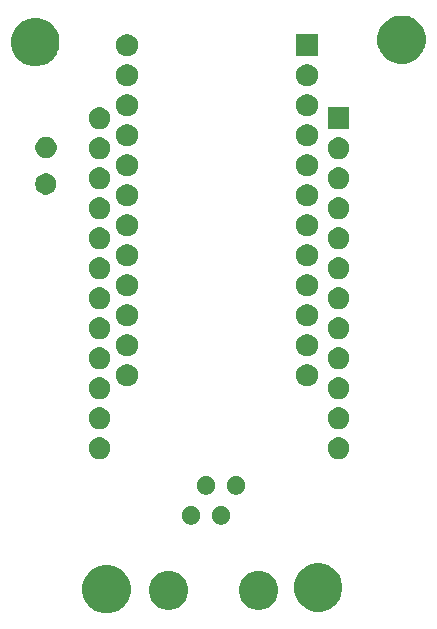
<source format=gts>
G04 #@! TF.GenerationSoftware,KiCad,Pcbnew,(5.1.5-0-10_14)*
G04 #@! TF.CreationDate,2020-10-21T17:45:19+03:00*
G04 #@! TF.ProjectId,Wyse-converter,57797365-2d63-46f6-9e76-65727465722e,rev?*
G04 #@! TF.SameCoordinates,Original*
G04 #@! TF.FileFunction,Soldermask,Top*
G04 #@! TF.FilePolarity,Negative*
%FSLAX46Y46*%
G04 Gerber Fmt 4.6, Leading zero omitted, Abs format (unit mm)*
G04 Created by KiCad (PCBNEW (5.1.5-0-10_14)) date 2020-10-21 17:45:19*
%MOMM*%
%LPD*%
G04 APERTURE LIST*
%ADD10C,0.100000*%
G04 APERTURE END LIST*
D10*
G36*
X93588254Y-96217818D02*
G01*
X93961511Y-96372426D01*
X93961513Y-96372427D01*
X94297436Y-96596884D01*
X94583116Y-96882564D01*
X94807574Y-97218489D01*
X94962182Y-97591746D01*
X95041000Y-97987993D01*
X95041000Y-98392007D01*
X94962182Y-98788254D01*
X94865564Y-99021511D01*
X94807573Y-99161513D01*
X94583116Y-99497436D01*
X94297436Y-99783116D01*
X93961513Y-100007573D01*
X93961512Y-100007574D01*
X93961511Y-100007574D01*
X93588254Y-100162182D01*
X93192007Y-100241000D01*
X92787993Y-100241000D01*
X92391746Y-100162182D01*
X92018489Y-100007574D01*
X92018488Y-100007574D01*
X92018487Y-100007573D01*
X91682564Y-99783116D01*
X91396884Y-99497436D01*
X91172427Y-99161513D01*
X91114436Y-99021511D01*
X91017818Y-98788254D01*
X90939000Y-98392007D01*
X90939000Y-97987993D01*
X91017818Y-97591746D01*
X91172426Y-97218489D01*
X91396884Y-96882564D01*
X91682564Y-96596884D01*
X92018487Y-96372427D01*
X92018489Y-96372426D01*
X92391746Y-96217818D01*
X92787993Y-96139000D01*
X93192007Y-96139000D01*
X93588254Y-96217818D01*
G37*
G36*
X111498254Y-96077818D02*
G01*
X111871511Y-96232426D01*
X111871513Y-96232427D01*
X112081036Y-96372426D01*
X112207436Y-96456884D01*
X112493116Y-96742564D01*
X112717574Y-97078489D01*
X112872182Y-97451746D01*
X112951000Y-97847993D01*
X112951000Y-98252007D01*
X112872182Y-98648254D01*
X112717574Y-99021511D01*
X112717573Y-99021513D01*
X112493116Y-99357436D01*
X112207436Y-99643116D01*
X111871513Y-99867573D01*
X111871512Y-99867574D01*
X111871511Y-99867574D01*
X111498254Y-100022182D01*
X111102007Y-100101000D01*
X110697993Y-100101000D01*
X110301746Y-100022182D01*
X109928489Y-99867574D01*
X109928488Y-99867574D01*
X109928487Y-99867573D01*
X109592564Y-99643116D01*
X109306884Y-99357436D01*
X109082427Y-99021513D01*
X109082426Y-99021511D01*
X108927818Y-98648254D01*
X108849000Y-98252007D01*
X108849000Y-97847993D01*
X108927818Y-97451746D01*
X109082426Y-97078489D01*
X109306884Y-96742564D01*
X109592564Y-96456884D01*
X109718964Y-96372426D01*
X109928487Y-96232427D01*
X109928489Y-96232426D01*
X110301746Y-96077818D01*
X110697993Y-95999000D01*
X111102007Y-95999000D01*
X111498254Y-96077818D01*
G37*
G36*
X106225256Y-96671298D02*
G01*
X106331579Y-96692447D01*
X106632042Y-96816903D01*
X106902451Y-96997585D01*
X107132415Y-97227549D01*
X107132416Y-97227551D01*
X107313098Y-97497960D01*
X107437553Y-97798422D01*
X107475262Y-97987994D01*
X107501000Y-98117391D01*
X107501000Y-98442609D01*
X107437553Y-98761579D01*
X107313097Y-99062042D01*
X107132415Y-99332451D01*
X106902451Y-99562415D01*
X106632042Y-99743097D01*
X106331579Y-99867553D01*
X106225256Y-99888702D01*
X106012611Y-99931000D01*
X105687389Y-99931000D01*
X105474744Y-99888702D01*
X105368421Y-99867553D01*
X105067958Y-99743097D01*
X104797549Y-99562415D01*
X104567585Y-99332451D01*
X104386903Y-99062042D01*
X104262447Y-98761579D01*
X104199000Y-98442609D01*
X104199000Y-98117391D01*
X104224739Y-97987994D01*
X104262447Y-97798422D01*
X104386902Y-97497960D01*
X104567584Y-97227551D01*
X104567585Y-97227549D01*
X104797549Y-96997585D01*
X105067958Y-96816903D01*
X105368421Y-96692447D01*
X105474744Y-96671298D01*
X105687389Y-96629000D01*
X106012611Y-96629000D01*
X106225256Y-96671298D01*
G37*
G36*
X98605256Y-96671298D02*
G01*
X98711579Y-96692447D01*
X99012042Y-96816903D01*
X99282451Y-96997585D01*
X99512415Y-97227549D01*
X99512416Y-97227551D01*
X99693098Y-97497960D01*
X99817553Y-97798422D01*
X99855262Y-97987994D01*
X99881000Y-98117391D01*
X99881000Y-98442609D01*
X99817553Y-98761579D01*
X99693097Y-99062042D01*
X99512415Y-99332451D01*
X99282451Y-99562415D01*
X99012042Y-99743097D01*
X98711579Y-99867553D01*
X98605256Y-99888702D01*
X98392611Y-99931000D01*
X98067389Y-99931000D01*
X97854744Y-99888702D01*
X97748421Y-99867553D01*
X97447958Y-99743097D01*
X97177549Y-99562415D01*
X96947585Y-99332451D01*
X96766903Y-99062042D01*
X96642447Y-98761579D01*
X96579000Y-98442609D01*
X96579000Y-98117391D01*
X96604739Y-97987994D01*
X96642447Y-97798422D01*
X96766902Y-97497960D01*
X96947584Y-97227551D01*
X96947585Y-97227549D01*
X97177549Y-96997585D01*
X97447958Y-96816903D01*
X97748421Y-96692447D01*
X97854744Y-96671298D01*
X98067389Y-96629000D01*
X98392611Y-96629000D01*
X98605256Y-96671298D01*
G37*
G36*
X102913642Y-91159781D02*
G01*
X103059414Y-91220162D01*
X103059416Y-91220163D01*
X103190608Y-91307822D01*
X103302178Y-91419392D01*
X103389837Y-91550584D01*
X103389838Y-91550586D01*
X103450219Y-91696358D01*
X103481000Y-91851107D01*
X103481000Y-92008893D01*
X103450219Y-92163642D01*
X103389838Y-92309414D01*
X103389837Y-92309416D01*
X103302178Y-92440608D01*
X103190608Y-92552178D01*
X103059416Y-92639837D01*
X103059415Y-92639838D01*
X103059414Y-92639838D01*
X102913642Y-92700219D01*
X102758893Y-92731000D01*
X102601107Y-92731000D01*
X102446358Y-92700219D01*
X102300586Y-92639838D01*
X102300585Y-92639838D01*
X102300584Y-92639837D01*
X102169392Y-92552178D01*
X102057822Y-92440608D01*
X101970163Y-92309416D01*
X101970162Y-92309414D01*
X101909781Y-92163642D01*
X101879000Y-92008893D01*
X101879000Y-91851107D01*
X101909781Y-91696358D01*
X101970162Y-91550586D01*
X101970163Y-91550584D01*
X102057822Y-91419392D01*
X102169392Y-91307822D01*
X102300584Y-91220163D01*
X102300586Y-91220162D01*
X102446358Y-91159781D01*
X102601107Y-91129000D01*
X102758893Y-91129000D01*
X102913642Y-91159781D01*
G37*
G36*
X100373642Y-91159781D02*
G01*
X100519414Y-91220162D01*
X100519416Y-91220163D01*
X100650608Y-91307822D01*
X100762178Y-91419392D01*
X100849837Y-91550584D01*
X100849838Y-91550586D01*
X100910219Y-91696358D01*
X100941000Y-91851107D01*
X100941000Y-92008893D01*
X100910219Y-92163642D01*
X100849838Y-92309414D01*
X100849837Y-92309416D01*
X100762178Y-92440608D01*
X100650608Y-92552178D01*
X100519416Y-92639837D01*
X100519415Y-92639838D01*
X100519414Y-92639838D01*
X100373642Y-92700219D01*
X100218893Y-92731000D01*
X100061107Y-92731000D01*
X99906358Y-92700219D01*
X99760586Y-92639838D01*
X99760585Y-92639838D01*
X99760584Y-92639837D01*
X99629392Y-92552178D01*
X99517822Y-92440608D01*
X99430163Y-92309416D01*
X99430162Y-92309414D01*
X99369781Y-92163642D01*
X99339000Y-92008893D01*
X99339000Y-91851107D01*
X99369781Y-91696358D01*
X99430162Y-91550586D01*
X99430163Y-91550584D01*
X99517822Y-91419392D01*
X99629392Y-91307822D01*
X99760584Y-91220163D01*
X99760586Y-91220162D01*
X99906358Y-91159781D01*
X100061107Y-91129000D01*
X100218893Y-91129000D01*
X100373642Y-91159781D01*
G37*
G36*
X104183642Y-88619781D02*
G01*
X104329414Y-88680162D01*
X104329416Y-88680163D01*
X104460608Y-88767822D01*
X104572178Y-88879392D01*
X104659837Y-89010584D01*
X104659838Y-89010586D01*
X104720219Y-89156358D01*
X104751000Y-89311107D01*
X104751000Y-89468893D01*
X104720219Y-89623642D01*
X104659838Y-89769414D01*
X104659837Y-89769416D01*
X104572178Y-89900608D01*
X104460608Y-90012178D01*
X104329416Y-90099837D01*
X104329415Y-90099838D01*
X104329414Y-90099838D01*
X104183642Y-90160219D01*
X104028893Y-90191000D01*
X103871107Y-90191000D01*
X103716358Y-90160219D01*
X103570586Y-90099838D01*
X103570585Y-90099838D01*
X103570584Y-90099837D01*
X103439392Y-90012178D01*
X103327822Y-89900608D01*
X103240163Y-89769416D01*
X103240162Y-89769414D01*
X103179781Y-89623642D01*
X103149000Y-89468893D01*
X103149000Y-89311107D01*
X103179781Y-89156358D01*
X103240162Y-89010586D01*
X103240163Y-89010584D01*
X103327822Y-88879392D01*
X103439392Y-88767822D01*
X103570584Y-88680163D01*
X103570586Y-88680162D01*
X103716358Y-88619781D01*
X103871107Y-88589000D01*
X104028893Y-88589000D01*
X104183642Y-88619781D01*
G37*
G36*
X101643642Y-88619781D02*
G01*
X101789414Y-88680162D01*
X101789416Y-88680163D01*
X101920608Y-88767822D01*
X102032178Y-88879392D01*
X102119837Y-89010584D01*
X102119838Y-89010586D01*
X102180219Y-89156358D01*
X102211000Y-89311107D01*
X102211000Y-89468893D01*
X102180219Y-89623642D01*
X102119838Y-89769414D01*
X102119837Y-89769416D01*
X102032178Y-89900608D01*
X101920608Y-90012178D01*
X101789416Y-90099837D01*
X101789415Y-90099838D01*
X101789414Y-90099838D01*
X101643642Y-90160219D01*
X101488893Y-90191000D01*
X101331107Y-90191000D01*
X101176358Y-90160219D01*
X101030586Y-90099838D01*
X101030585Y-90099838D01*
X101030584Y-90099837D01*
X100899392Y-90012178D01*
X100787822Y-89900608D01*
X100700163Y-89769416D01*
X100700162Y-89769414D01*
X100639781Y-89623642D01*
X100609000Y-89468893D01*
X100609000Y-89311107D01*
X100639781Y-89156358D01*
X100700162Y-89010586D01*
X100700163Y-89010584D01*
X100787822Y-88879392D01*
X100899392Y-88767822D01*
X101030584Y-88680163D01*
X101030586Y-88680162D01*
X101176358Y-88619781D01*
X101331107Y-88589000D01*
X101488893Y-88589000D01*
X101643642Y-88619781D01*
G37*
G36*
X92660483Y-85368335D02*
G01*
X92829240Y-85438236D01*
X92981118Y-85539718D01*
X93110282Y-85668882D01*
X93211764Y-85820760D01*
X93281665Y-85989517D01*
X93317300Y-86168668D01*
X93317300Y-86351332D01*
X93281665Y-86530483D01*
X93211764Y-86699240D01*
X93110282Y-86851118D01*
X92981118Y-86980282D01*
X92829240Y-87081764D01*
X92660483Y-87151665D01*
X92481332Y-87187300D01*
X92298668Y-87187300D01*
X92119517Y-87151665D01*
X91950760Y-87081764D01*
X91798882Y-86980282D01*
X91669718Y-86851118D01*
X91568236Y-86699240D01*
X91498335Y-86530483D01*
X91462700Y-86351332D01*
X91462700Y-86168668D01*
X91498335Y-85989517D01*
X91568236Y-85820760D01*
X91669718Y-85668882D01*
X91798882Y-85539718D01*
X91950760Y-85438236D01*
X92119517Y-85368335D01*
X92298668Y-85332700D01*
X92481332Y-85332700D01*
X92660483Y-85368335D01*
G37*
G36*
X112900483Y-85368335D02*
G01*
X113069240Y-85438236D01*
X113221118Y-85539718D01*
X113350282Y-85668882D01*
X113451764Y-85820760D01*
X113521665Y-85989517D01*
X113557300Y-86168668D01*
X113557300Y-86351332D01*
X113521665Y-86530483D01*
X113451764Y-86699240D01*
X113350282Y-86851118D01*
X113221118Y-86980282D01*
X113069240Y-87081764D01*
X112900483Y-87151665D01*
X112721332Y-87187300D01*
X112538668Y-87187300D01*
X112359517Y-87151665D01*
X112190760Y-87081764D01*
X112038882Y-86980282D01*
X111909718Y-86851118D01*
X111808236Y-86699240D01*
X111738335Y-86530483D01*
X111702700Y-86351332D01*
X111702700Y-86168668D01*
X111738335Y-85989517D01*
X111808236Y-85820760D01*
X111909718Y-85668882D01*
X112038882Y-85539718D01*
X112190760Y-85438236D01*
X112359517Y-85368335D01*
X112538668Y-85332700D01*
X112721332Y-85332700D01*
X112900483Y-85368335D01*
G37*
G36*
X112900483Y-82828335D02*
G01*
X113069240Y-82898236D01*
X113221118Y-82999718D01*
X113350282Y-83128882D01*
X113451764Y-83280760D01*
X113521665Y-83449517D01*
X113557300Y-83628668D01*
X113557300Y-83811332D01*
X113521665Y-83990483D01*
X113451764Y-84159240D01*
X113350282Y-84311118D01*
X113221118Y-84440282D01*
X113069240Y-84541764D01*
X112900483Y-84611665D01*
X112721332Y-84647300D01*
X112538668Y-84647300D01*
X112359517Y-84611665D01*
X112190760Y-84541764D01*
X112038882Y-84440282D01*
X111909718Y-84311118D01*
X111808236Y-84159240D01*
X111738335Y-83990483D01*
X111702700Y-83811332D01*
X111702700Y-83628668D01*
X111738335Y-83449517D01*
X111808236Y-83280760D01*
X111909718Y-83128882D01*
X112038882Y-82999718D01*
X112190760Y-82898236D01*
X112359517Y-82828335D01*
X112538668Y-82792700D01*
X112721332Y-82792700D01*
X112900483Y-82828335D01*
G37*
G36*
X92660483Y-82828335D02*
G01*
X92829240Y-82898236D01*
X92981118Y-82999718D01*
X93110282Y-83128882D01*
X93211764Y-83280760D01*
X93281665Y-83449517D01*
X93317300Y-83628668D01*
X93317300Y-83811332D01*
X93281665Y-83990483D01*
X93211764Y-84159240D01*
X93110282Y-84311118D01*
X92981118Y-84440282D01*
X92829240Y-84541764D01*
X92660483Y-84611665D01*
X92481332Y-84647300D01*
X92298668Y-84647300D01*
X92119517Y-84611665D01*
X91950760Y-84541764D01*
X91798882Y-84440282D01*
X91669718Y-84311118D01*
X91568236Y-84159240D01*
X91498335Y-83990483D01*
X91462700Y-83811332D01*
X91462700Y-83628668D01*
X91498335Y-83449517D01*
X91568236Y-83280760D01*
X91669718Y-83128882D01*
X91798882Y-82999718D01*
X91950760Y-82898236D01*
X92119517Y-82828335D01*
X92298668Y-82792700D01*
X92481332Y-82792700D01*
X92660483Y-82828335D01*
G37*
G36*
X112900483Y-80288335D02*
G01*
X113069240Y-80358236D01*
X113221118Y-80459718D01*
X113350282Y-80588882D01*
X113451764Y-80740760D01*
X113521665Y-80909517D01*
X113557300Y-81088668D01*
X113557300Y-81271332D01*
X113521665Y-81450483D01*
X113451764Y-81619240D01*
X113350282Y-81771118D01*
X113221118Y-81900282D01*
X113069240Y-82001764D01*
X112900483Y-82071665D01*
X112721332Y-82107300D01*
X112538668Y-82107300D01*
X112359517Y-82071665D01*
X112190760Y-82001764D01*
X112038882Y-81900282D01*
X111909718Y-81771118D01*
X111808236Y-81619240D01*
X111738335Y-81450483D01*
X111702700Y-81271332D01*
X111702700Y-81088668D01*
X111738335Y-80909517D01*
X111808236Y-80740760D01*
X111909718Y-80588882D01*
X112038882Y-80459718D01*
X112190760Y-80358236D01*
X112359517Y-80288335D01*
X112538668Y-80252700D01*
X112721332Y-80252700D01*
X112900483Y-80288335D01*
G37*
G36*
X92660483Y-80288335D02*
G01*
X92829240Y-80358236D01*
X92981118Y-80459718D01*
X93110282Y-80588882D01*
X93211764Y-80740760D01*
X93281665Y-80909517D01*
X93317300Y-81088668D01*
X93317300Y-81271332D01*
X93281665Y-81450483D01*
X93211764Y-81619240D01*
X93110282Y-81771118D01*
X92981118Y-81900282D01*
X92829240Y-82001764D01*
X92660483Y-82071665D01*
X92481332Y-82107300D01*
X92298668Y-82107300D01*
X92119517Y-82071665D01*
X91950760Y-82001764D01*
X91798882Y-81900282D01*
X91669718Y-81771118D01*
X91568236Y-81619240D01*
X91498335Y-81450483D01*
X91462700Y-81271332D01*
X91462700Y-81088668D01*
X91498335Y-80909517D01*
X91568236Y-80740760D01*
X91669718Y-80588882D01*
X91798882Y-80459718D01*
X91950760Y-80358236D01*
X92119517Y-80288335D01*
X92298668Y-80252700D01*
X92481332Y-80252700D01*
X92660483Y-80288335D01*
G37*
G36*
X110230483Y-79178335D02*
G01*
X110399240Y-79248236D01*
X110551118Y-79349718D01*
X110680282Y-79478882D01*
X110781764Y-79630760D01*
X110851665Y-79799517D01*
X110887300Y-79978668D01*
X110887300Y-80161332D01*
X110851665Y-80340483D01*
X110781764Y-80509240D01*
X110680282Y-80661118D01*
X110551118Y-80790282D01*
X110399240Y-80891764D01*
X110230483Y-80961665D01*
X110051332Y-80997300D01*
X109868668Y-80997300D01*
X109689517Y-80961665D01*
X109520760Y-80891764D01*
X109368882Y-80790282D01*
X109239718Y-80661118D01*
X109138236Y-80509240D01*
X109068335Y-80340483D01*
X109032700Y-80161332D01*
X109032700Y-79978668D01*
X109068335Y-79799517D01*
X109138236Y-79630760D01*
X109239718Y-79478882D01*
X109368882Y-79349718D01*
X109520760Y-79248236D01*
X109689517Y-79178335D01*
X109868668Y-79142700D01*
X110051332Y-79142700D01*
X110230483Y-79178335D01*
G37*
G36*
X94990483Y-79178335D02*
G01*
X95159240Y-79248236D01*
X95311118Y-79349718D01*
X95440282Y-79478882D01*
X95541764Y-79630760D01*
X95611665Y-79799517D01*
X95647300Y-79978668D01*
X95647300Y-80161332D01*
X95611665Y-80340483D01*
X95541764Y-80509240D01*
X95440282Y-80661118D01*
X95311118Y-80790282D01*
X95159240Y-80891764D01*
X94990483Y-80961665D01*
X94811332Y-80997300D01*
X94628668Y-80997300D01*
X94449517Y-80961665D01*
X94280760Y-80891764D01*
X94128882Y-80790282D01*
X93999718Y-80661118D01*
X93898236Y-80509240D01*
X93828335Y-80340483D01*
X93792700Y-80161332D01*
X93792700Y-79978668D01*
X93828335Y-79799517D01*
X93898236Y-79630760D01*
X93999718Y-79478882D01*
X94128882Y-79349718D01*
X94280760Y-79248236D01*
X94449517Y-79178335D01*
X94628668Y-79142700D01*
X94811332Y-79142700D01*
X94990483Y-79178335D01*
G37*
G36*
X92660483Y-77748335D02*
G01*
X92829240Y-77818236D01*
X92981118Y-77919718D01*
X93110282Y-78048882D01*
X93211764Y-78200760D01*
X93281665Y-78369517D01*
X93317300Y-78548668D01*
X93317300Y-78731332D01*
X93281665Y-78910483D01*
X93211764Y-79079240D01*
X93110282Y-79231118D01*
X92981118Y-79360282D01*
X92829240Y-79461764D01*
X92660483Y-79531665D01*
X92481332Y-79567300D01*
X92298668Y-79567300D01*
X92119517Y-79531665D01*
X91950760Y-79461764D01*
X91798882Y-79360282D01*
X91669718Y-79231118D01*
X91568236Y-79079240D01*
X91498335Y-78910483D01*
X91462700Y-78731332D01*
X91462700Y-78548668D01*
X91498335Y-78369517D01*
X91568236Y-78200760D01*
X91669718Y-78048882D01*
X91798882Y-77919718D01*
X91950760Y-77818236D01*
X92119517Y-77748335D01*
X92298668Y-77712700D01*
X92481332Y-77712700D01*
X92660483Y-77748335D01*
G37*
G36*
X112900483Y-77748335D02*
G01*
X113069240Y-77818236D01*
X113221118Y-77919718D01*
X113350282Y-78048882D01*
X113451764Y-78200760D01*
X113521665Y-78369517D01*
X113557300Y-78548668D01*
X113557300Y-78731332D01*
X113521665Y-78910483D01*
X113451764Y-79079240D01*
X113350282Y-79231118D01*
X113221118Y-79360282D01*
X113069240Y-79461764D01*
X112900483Y-79531665D01*
X112721332Y-79567300D01*
X112538668Y-79567300D01*
X112359517Y-79531665D01*
X112190760Y-79461764D01*
X112038882Y-79360282D01*
X111909718Y-79231118D01*
X111808236Y-79079240D01*
X111738335Y-78910483D01*
X111702700Y-78731332D01*
X111702700Y-78548668D01*
X111738335Y-78369517D01*
X111808236Y-78200760D01*
X111909718Y-78048882D01*
X112038882Y-77919718D01*
X112190760Y-77818236D01*
X112359517Y-77748335D01*
X112538668Y-77712700D01*
X112721332Y-77712700D01*
X112900483Y-77748335D01*
G37*
G36*
X110230483Y-76638335D02*
G01*
X110399240Y-76708236D01*
X110551118Y-76809718D01*
X110680282Y-76938882D01*
X110781764Y-77090760D01*
X110851665Y-77259517D01*
X110887300Y-77438668D01*
X110887300Y-77621332D01*
X110851665Y-77800483D01*
X110781764Y-77969240D01*
X110680282Y-78121118D01*
X110551118Y-78250282D01*
X110399240Y-78351764D01*
X110230483Y-78421665D01*
X110051332Y-78457300D01*
X109868668Y-78457300D01*
X109689517Y-78421665D01*
X109520760Y-78351764D01*
X109368882Y-78250282D01*
X109239718Y-78121118D01*
X109138236Y-77969240D01*
X109068335Y-77800483D01*
X109032700Y-77621332D01*
X109032700Y-77438668D01*
X109068335Y-77259517D01*
X109138236Y-77090760D01*
X109239718Y-76938882D01*
X109368882Y-76809718D01*
X109520760Y-76708236D01*
X109689517Y-76638335D01*
X109868668Y-76602700D01*
X110051332Y-76602700D01*
X110230483Y-76638335D01*
G37*
G36*
X94990483Y-76638335D02*
G01*
X95159240Y-76708236D01*
X95311118Y-76809718D01*
X95440282Y-76938882D01*
X95541764Y-77090760D01*
X95611665Y-77259517D01*
X95647300Y-77438668D01*
X95647300Y-77621332D01*
X95611665Y-77800483D01*
X95541764Y-77969240D01*
X95440282Y-78121118D01*
X95311118Y-78250282D01*
X95159240Y-78351764D01*
X94990483Y-78421665D01*
X94811332Y-78457300D01*
X94628668Y-78457300D01*
X94449517Y-78421665D01*
X94280760Y-78351764D01*
X94128882Y-78250282D01*
X93999718Y-78121118D01*
X93898236Y-77969240D01*
X93828335Y-77800483D01*
X93792700Y-77621332D01*
X93792700Y-77438668D01*
X93828335Y-77259517D01*
X93898236Y-77090760D01*
X93999718Y-76938882D01*
X94128882Y-76809718D01*
X94280760Y-76708236D01*
X94449517Y-76638335D01*
X94628668Y-76602700D01*
X94811332Y-76602700D01*
X94990483Y-76638335D01*
G37*
G36*
X112900483Y-75208335D02*
G01*
X113069240Y-75278236D01*
X113221118Y-75379718D01*
X113350282Y-75508882D01*
X113451764Y-75660760D01*
X113521665Y-75829517D01*
X113557300Y-76008668D01*
X113557300Y-76191332D01*
X113521665Y-76370483D01*
X113451764Y-76539240D01*
X113350282Y-76691118D01*
X113221118Y-76820282D01*
X113069240Y-76921764D01*
X112900483Y-76991665D01*
X112721332Y-77027300D01*
X112538668Y-77027300D01*
X112359517Y-76991665D01*
X112190760Y-76921764D01*
X112038882Y-76820282D01*
X111909718Y-76691118D01*
X111808236Y-76539240D01*
X111738335Y-76370483D01*
X111702700Y-76191332D01*
X111702700Y-76008668D01*
X111738335Y-75829517D01*
X111808236Y-75660760D01*
X111909718Y-75508882D01*
X112038882Y-75379718D01*
X112190760Y-75278236D01*
X112359517Y-75208335D01*
X112538668Y-75172700D01*
X112721332Y-75172700D01*
X112900483Y-75208335D01*
G37*
G36*
X92660483Y-75208335D02*
G01*
X92829240Y-75278236D01*
X92981118Y-75379718D01*
X93110282Y-75508882D01*
X93211764Y-75660760D01*
X93281665Y-75829517D01*
X93317300Y-76008668D01*
X93317300Y-76191332D01*
X93281665Y-76370483D01*
X93211764Y-76539240D01*
X93110282Y-76691118D01*
X92981118Y-76820282D01*
X92829240Y-76921764D01*
X92660483Y-76991665D01*
X92481332Y-77027300D01*
X92298668Y-77027300D01*
X92119517Y-76991665D01*
X91950760Y-76921764D01*
X91798882Y-76820282D01*
X91669718Y-76691118D01*
X91568236Y-76539240D01*
X91498335Y-76370483D01*
X91462700Y-76191332D01*
X91462700Y-76008668D01*
X91498335Y-75829517D01*
X91568236Y-75660760D01*
X91669718Y-75508882D01*
X91798882Y-75379718D01*
X91950760Y-75278236D01*
X92119517Y-75208335D01*
X92298668Y-75172700D01*
X92481332Y-75172700D01*
X92660483Y-75208335D01*
G37*
G36*
X94990483Y-74098335D02*
G01*
X95159240Y-74168236D01*
X95311118Y-74269718D01*
X95440282Y-74398882D01*
X95541764Y-74550760D01*
X95611665Y-74719517D01*
X95647300Y-74898668D01*
X95647300Y-75081332D01*
X95611665Y-75260483D01*
X95541764Y-75429240D01*
X95440282Y-75581118D01*
X95311118Y-75710282D01*
X95159240Y-75811764D01*
X94990483Y-75881665D01*
X94811332Y-75917300D01*
X94628668Y-75917300D01*
X94449517Y-75881665D01*
X94280760Y-75811764D01*
X94128882Y-75710282D01*
X93999718Y-75581118D01*
X93898236Y-75429240D01*
X93828335Y-75260483D01*
X93792700Y-75081332D01*
X93792700Y-74898668D01*
X93828335Y-74719517D01*
X93898236Y-74550760D01*
X93999718Y-74398882D01*
X94128882Y-74269718D01*
X94280760Y-74168236D01*
X94449517Y-74098335D01*
X94628668Y-74062700D01*
X94811332Y-74062700D01*
X94990483Y-74098335D01*
G37*
G36*
X110230483Y-74098335D02*
G01*
X110399240Y-74168236D01*
X110551118Y-74269718D01*
X110680282Y-74398882D01*
X110781764Y-74550760D01*
X110851665Y-74719517D01*
X110887300Y-74898668D01*
X110887300Y-75081332D01*
X110851665Y-75260483D01*
X110781764Y-75429240D01*
X110680282Y-75581118D01*
X110551118Y-75710282D01*
X110399240Y-75811764D01*
X110230483Y-75881665D01*
X110051332Y-75917300D01*
X109868668Y-75917300D01*
X109689517Y-75881665D01*
X109520760Y-75811764D01*
X109368882Y-75710282D01*
X109239718Y-75581118D01*
X109138236Y-75429240D01*
X109068335Y-75260483D01*
X109032700Y-75081332D01*
X109032700Y-74898668D01*
X109068335Y-74719517D01*
X109138236Y-74550760D01*
X109239718Y-74398882D01*
X109368882Y-74269718D01*
X109520760Y-74168236D01*
X109689517Y-74098335D01*
X109868668Y-74062700D01*
X110051332Y-74062700D01*
X110230483Y-74098335D01*
G37*
G36*
X92660483Y-72668335D02*
G01*
X92829240Y-72738236D01*
X92981118Y-72839718D01*
X93110282Y-72968882D01*
X93211764Y-73120760D01*
X93281665Y-73289517D01*
X93317300Y-73468668D01*
X93317300Y-73651332D01*
X93281665Y-73830483D01*
X93211764Y-73999240D01*
X93110282Y-74151118D01*
X92981118Y-74280282D01*
X92829240Y-74381764D01*
X92660483Y-74451665D01*
X92481332Y-74487300D01*
X92298668Y-74487300D01*
X92119517Y-74451665D01*
X91950760Y-74381764D01*
X91798882Y-74280282D01*
X91669718Y-74151118D01*
X91568236Y-73999240D01*
X91498335Y-73830483D01*
X91462700Y-73651332D01*
X91462700Y-73468668D01*
X91498335Y-73289517D01*
X91568236Y-73120760D01*
X91669718Y-72968882D01*
X91798882Y-72839718D01*
X91950760Y-72738236D01*
X92119517Y-72668335D01*
X92298668Y-72632700D01*
X92481332Y-72632700D01*
X92660483Y-72668335D01*
G37*
G36*
X112900483Y-72668335D02*
G01*
X113069240Y-72738236D01*
X113221118Y-72839718D01*
X113350282Y-72968882D01*
X113451764Y-73120760D01*
X113521665Y-73289517D01*
X113557300Y-73468668D01*
X113557300Y-73651332D01*
X113521665Y-73830483D01*
X113451764Y-73999240D01*
X113350282Y-74151118D01*
X113221118Y-74280282D01*
X113069240Y-74381764D01*
X112900483Y-74451665D01*
X112721332Y-74487300D01*
X112538668Y-74487300D01*
X112359517Y-74451665D01*
X112190760Y-74381764D01*
X112038882Y-74280282D01*
X111909718Y-74151118D01*
X111808236Y-73999240D01*
X111738335Y-73830483D01*
X111702700Y-73651332D01*
X111702700Y-73468668D01*
X111738335Y-73289517D01*
X111808236Y-73120760D01*
X111909718Y-72968882D01*
X112038882Y-72839718D01*
X112190760Y-72738236D01*
X112359517Y-72668335D01*
X112538668Y-72632700D01*
X112721332Y-72632700D01*
X112900483Y-72668335D01*
G37*
G36*
X110230483Y-71558335D02*
G01*
X110399240Y-71628236D01*
X110551118Y-71729718D01*
X110680282Y-71858882D01*
X110781764Y-72010760D01*
X110851665Y-72179517D01*
X110887300Y-72358668D01*
X110887300Y-72541332D01*
X110851665Y-72720483D01*
X110781764Y-72889240D01*
X110680282Y-73041118D01*
X110551118Y-73170282D01*
X110399240Y-73271764D01*
X110230483Y-73341665D01*
X110051332Y-73377300D01*
X109868668Y-73377300D01*
X109689517Y-73341665D01*
X109520760Y-73271764D01*
X109368882Y-73170282D01*
X109239718Y-73041118D01*
X109138236Y-72889240D01*
X109068335Y-72720483D01*
X109032700Y-72541332D01*
X109032700Y-72358668D01*
X109068335Y-72179517D01*
X109138236Y-72010760D01*
X109239718Y-71858882D01*
X109368882Y-71729718D01*
X109520760Y-71628236D01*
X109689517Y-71558335D01*
X109868668Y-71522700D01*
X110051332Y-71522700D01*
X110230483Y-71558335D01*
G37*
G36*
X94990483Y-71558335D02*
G01*
X95159240Y-71628236D01*
X95311118Y-71729718D01*
X95440282Y-71858882D01*
X95541764Y-72010760D01*
X95611665Y-72179517D01*
X95647300Y-72358668D01*
X95647300Y-72541332D01*
X95611665Y-72720483D01*
X95541764Y-72889240D01*
X95440282Y-73041118D01*
X95311118Y-73170282D01*
X95159240Y-73271764D01*
X94990483Y-73341665D01*
X94811332Y-73377300D01*
X94628668Y-73377300D01*
X94449517Y-73341665D01*
X94280760Y-73271764D01*
X94128882Y-73170282D01*
X93999718Y-73041118D01*
X93898236Y-72889240D01*
X93828335Y-72720483D01*
X93792700Y-72541332D01*
X93792700Y-72358668D01*
X93828335Y-72179517D01*
X93898236Y-72010760D01*
X93999718Y-71858882D01*
X94128882Y-71729718D01*
X94280760Y-71628236D01*
X94449517Y-71558335D01*
X94628668Y-71522700D01*
X94811332Y-71522700D01*
X94990483Y-71558335D01*
G37*
G36*
X92660483Y-70128335D02*
G01*
X92829240Y-70198236D01*
X92981118Y-70299718D01*
X93110282Y-70428882D01*
X93211764Y-70580760D01*
X93281665Y-70749517D01*
X93317300Y-70928668D01*
X93317300Y-71111332D01*
X93281665Y-71290483D01*
X93211764Y-71459240D01*
X93110282Y-71611118D01*
X92981118Y-71740282D01*
X92829240Y-71841764D01*
X92660483Y-71911665D01*
X92481332Y-71947300D01*
X92298668Y-71947300D01*
X92119517Y-71911665D01*
X91950760Y-71841764D01*
X91798882Y-71740282D01*
X91669718Y-71611118D01*
X91568236Y-71459240D01*
X91498335Y-71290483D01*
X91462700Y-71111332D01*
X91462700Y-70928668D01*
X91498335Y-70749517D01*
X91568236Y-70580760D01*
X91669718Y-70428882D01*
X91798882Y-70299718D01*
X91950760Y-70198236D01*
X92119517Y-70128335D01*
X92298668Y-70092700D01*
X92481332Y-70092700D01*
X92660483Y-70128335D01*
G37*
G36*
X112900483Y-70128335D02*
G01*
X113069240Y-70198236D01*
X113221118Y-70299718D01*
X113350282Y-70428882D01*
X113451764Y-70580760D01*
X113521665Y-70749517D01*
X113557300Y-70928668D01*
X113557300Y-71111332D01*
X113521665Y-71290483D01*
X113451764Y-71459240D01*
X113350282Y-71611118D01*
X113221118Y-71740282D01*
X113069240Y-71841764D01*
X112900483Y-71911665D01*
X112721332Y-71947300D01*
X112538668Y-71947300D01*
X112359517Y-71911665D01*
X112190760Y-71841764D01*
X112038882Y-71740282D01*
X111909718Y-71611118D01*
X111808236Y-71459240D01*
X111738335Y-71290483D01*
X111702700Y-71111332D01*
X111702700Y-70928668D01*
X111738335Y-70749517D01*
X111808236Y-70580760D01*
X111909718Y-70428882D01*
X112038882Y-70299718D01*
X112190760Y-70198236D01*
X112359517Y-70128335D01*
X112538668Y-70092700D01*
X112721332Y-70092700D01*
X112900483Y-70128335D01*
G37*
G36*
X110230483Y-69018335D02*
G01*
X110399240Y-69088236D01*
X110551118Y-69189718D01*
X110680282Y-69318882D01*
X110781764Y-69470760D01*
X110851665Y-69639517D01*
X110887300Y-69818668D01*
X110887300Y-70001332D01*
X110851665Y-70180483D01*
X110781764Y-70349240D01*
X110680282Y-70501118D01*
X110551118Y-70630282D01*
X110399240Y-70731764D01*
X110230483Y-70801665D01*
X110051332Y-70837300D01*
X109868668Y-70837300D01*
X109689517Y-70801665D01*
X109520760Y-70731764D01*
X109368882Y-70630282D01*
X109239718Y-70501118D01*
X109138236Y-70349240D01*
X109068335Y-70180483D01*
X109032700Y-70001332D01*
X109032700Y-69818668D01*
X109068335Y-69639517D01*
X109138236Y-69470760D01*
X109239718Y-69318882D01*
X109368882Y-69189718D01*
X109520760Y-69088236D01*
X109689517Y-69018335D01*
X109868668Y-68982700D01*
X110051332Y-68982700D01*
X110230483Y-69018335D01*
G37*
G36*
X94990483Y-69018335D02*
G01*
X95159240Y-69088236D01*
X95311118Y-69189718D01*
X95440282Y-69318882D01*
X95541764Y-69470760D01*
X95611665Y-69639517D01*
X95647300Y-69818668D01*
X95647300Y-70001332D01*
X95611665Y-70180483D01*
X95541764Y-70349240D01*
X95440282Y-70501118D01*
X95311118Y-70630282D01*
X95159240Y-70731764D01*
X94990483Y-70801665D01*
X94811332Y-70837300D01*
X94628668Y-70837300D01*
X94449517Y-70801665D01*
X94280760Y-70731764D01*
X94128882Y-70630282D01*
X93999718Y-70501118D01*
X93898236Y-70349240D01*
X93828335Y-70180483D01*
X93792700Y-70001332D01*
X93792700Y-69818668D01*
X93828335Y-69639517D01*
X93898236Y-69470760D01*
X93999718Y-69318882D01*
X94128882Y-69189718D01*
X94280760Y-69088236D01*
X94449517Y-69018335D01*
X94628668Y-68982700D01*
X94811332Y-68982700D01*
X94990483Y-69018335D01*
G37*
G36*
X112900483Y-67588335D02*
G01*
X113069240Y-67658236D01*
X113221118Y-67759718D01*
X113350282Y-67888882D01*
X113451764Y-68040760D01*
X113521665Y-68209517D01*
X113557300Y-68388668D01*
X113557300Y-68571332D01*
X113521665Y-68750483D01*
X113451764Y-68919240D01*
X113350282Y-69071118D01*
X113221118Y-69200282D01*
X113069240Y-69301764D01*
X112900483Y-69371665D01*
X112721332Y-69407300D01*
X112538668Y-69407300D01*
X112359517Y-69371665D01*
X112190760Y-69301764D01*
X112038882Y-69200282D01*
X111909718Y-69071118D01*
X111808236Y-68919240D01*
X111738335Y-68750483D01*
X111702700Y-68571332D01*
X111702700Y-68388668D01*
X111738335Y-68209517D01*
X111808236Y-68040760D01*
X111909718Y-67888882D01*
X112038882Y-67759718D01*
X112190760Y-67658236D01*
X112359517Y-67588335D01*
X112538668Y-67552700D01*
X112721332Y-67552700D01*
X112900483Y-67588335D01*
G37*
G36*
X92660483Y-67588335D02*
G01*
X92829240Y-67658236D01*
X92981118Y-67759718D01*
X93110282Y-67888882D01*
X93211764Y-68040760D01*
X93281665Y-68209517D01*
X93317300Y-68388668D01*
X93317300Y-68571332D01*
X93281665Y-68750483D01*
X93211764Y-68919240D01*
X93110282Y-69071118D01*
X92981118Y-69200282D01*
X92829240Y-69301764D01*
X92660483Y-69371665D01*
X92481332Y-69407300D01*
X92298668Y-69407300D01*
X92119517Y-69371665D01*
X91950760Y-69301764D01*
X91798882Y-69200282D01*
X91669718Y-69071118D01*
X91568236Y-68919240D01*
X91498335Y-68750483D01*
X91462700Y-68571332D01*
X91462700Y-68388668D01*
X91498335Y-68209517D01*
X91568236Y-68040760D01*
X91669718Y-67888882D01*
X91798882Y-67759718D01*
X91950760Y-67658236D01*
X92119517Y-67588335D01*
X92298668Y-67552700D01*
X92481332Y-67552700D01*
X92660483Y-67588335D01*
G37*
G36*
X94990483Y-66478335D02*
G01*
X95159240Y-66548236D01*
X95311118Y-66649718D01*
X95440282Y-66778882D01*
X95541764Y-66930760D01*
X95611665Y-67099517D01*
X95647300Y-67278668D01*
X95647300Y-67461332D01*
X95611665Y-67640483D01*
X95541764Y-67809240D01*
X95440282Y-67961118D01*
X95311118Y-68090282D01*
X95159240Y-68191764D01*
X94990483Y-68261665D01*
X94811332Y-68297300D01*
X94628668Y-68297300D01*
X94449517Y-68261665D01*
X94280760Y-68191764D01*
X94128882Y-68090282D01*
X93999718Y-67961118D01*
X93898236Y-67809240D01*
X93828335Y-67640483D01*
X93792700Y-67461332D01*
X93792700Y-67278668D01*
X93828335Y-67099517D01*
X93898236Y-66930760D01*
X93999718Y-66778882D01*
X94128882Y-66649718D01*
X94280760Y-66548236D01*
X94449517Y-66478335D01*
X94628668Y-66442700D01*
X94811332Y-66442700D01*
X94990483Y-66478335D01*
G37*
G36*
X110230483Y-66478335D02*
G01*
X110399240Y-66548236D01*
X110551118Y-66649718D01*
X110680282Y-66778882D01*
X110781764Y-66930760D01*
X110851665Y-67099517D01*
X110887300Y-67278668D01*
X110887300Y-67461332D01*
X110851665Y-67640483D01*
X110781764Y-67809240D01*
X110680282Y-67961118D01*
X110551118Y-68090282D01*
X110399240Y-68191764D01*
X110230483Y-68261665D01*
X110051332Y-68297300D01*
X109868668Y-68297300D01*
X109689517Y-68261665D01*
X109520760Y-68191764D01*
X109368882Y-68090282D01*
X109239718Y-67961118D01*
X109138236Y-67809240D01*
X109068335Y-67640483D01*
X109032700Y-67461332D01*
X109032700Y-67278668D01*
X109068335Y-67099517D01*
X109138236Y-66930760D01*
X109239718Y-66778882D01*
X109368882Y-66649718D01*
X109520760Y-66548236D01*
X109689517Y-66478335D01*
X109868668Y-66442700D01*
X110051332Y-66442700D01*
X110230483Y-66478335D01*
G37*
G36*
X112900483Y-65048335D02*
G01*
X113069240Y-65118236D01*
X113221118Y-65219718D01*
X113350282Y-65348882D01*
X113451764Y-65500760D01*
X113521665Y-65669517D01*
X113557300Y-65848668D01*
X113557300Y-66031332D01*
X113521665Y-66210483D01*
X113451764Y-66379240D01*
X113350282Y-66531118D01*
X113221118Y-66660282D01*
X113069240Y-66761764D01*
X112900483Y-66831665D01*
X112721332Y-66867300D01*
X112538668Y-66867300D01*
X112359517Y-66831665D01*
X112190760Y-66761764D01*
X112038882Y-66660282D01*
X111909718Y-66531118D01*
X111808236Y-66379240D01*
X111738335Y-66210483D01*
X111702700Y-66031332D01*
X111702700Y-65848668D01*
X111738335Y-65669517D01*
X111808236Y-65500760D01*
X111909718Y-65348882D01*
X112038882Y-65219718D01*
X112190760Y-65118236D01*
X112359517Y-65048335D01*
X112538668Y-65012700D01*
X112721332Y-65012700D01*
X112900483Y-65048335D01*
G37*
G36*
X92660483Y-65048335D02*
G01*
X92829240Y-65118236D01*
X92981118Y-65219718D01*
X93110282Y-65348882D01*
X93211764Y-65500760D01*
X93281665Y-65669517D01*
X93317300Y-65848668D01*
X93317300Y-66031332D01*
X93281665Y-66210483D01*
X93211764Y-66379240D01*
X93110282Y-66531118D01*
X92981118Y-66660282D01*
X92829240Y-66761764D01*
X92660483Y-66831665D01*
X92481332Y-66867300D01*
X92298668Y-66867300D01*
X92119517Y-66831665D01*
X91950760Y-66761764D01*
X91798882Y-66660282D01*
X91669718Y-66531118D01*
X91568236Y-66379240D01*
X91498335Y-66210483D01*
X91462700Y-66031332D01*
X91462700Y-65848668D01*
X91498335Y-65669517D01*
X91568236Y-65500760D01*
X91669718Y-65348882D01*
X91798882Y-65219718D01*
X91950760Y-65118236D01*
X92119517Y-65048335D01*
X92298668Y-65012700D01*
X92481332Y-65012700D01*
X92660483Y-65048335D01*
G37*
G36*
X94990483Y-63938335D02*
G01*
X95159240Y-64008236D01*
X95311118Y-64109718D01*
X95440282Y-64238882D01*
X95541764Y-64390760D01*
X95611665Y-64559517D01*
X95647300Y-64738668D01*
X95647300Y-64921332D01*
X95611665Y-65100483D01*
X95541764Y-65269240D01*
X95440282Y-65421118D01*
X95311118Y-65550282D01*
X95159240Y-65651764D01*
X94990483Y-65721665D01*
X94811332Y-65757300D01*
X94628668Y-65757300D01*
X94449517Y-65721665D01*
X94280760Y-65651764D01*
X94128882Y-65550282D01*
X93999718Y-65421118D01*
X93898236Y-65269240D01*
X93828335Y-65100483D01*
X93792700Y-64921332D01*
X93792700Y-64738668D01*
X93828335Y-64559517D01*
X93898236Y-64390760D01*
X93999718Y-64238882D01*
X94128882Y-64109718D01*
X94280760Y-64008236D01*
X94449517Y-63938335D01*
X94628668Y-63902700D01*
X94811332Y-63902700D01*
X94990483Y-63938335D01*
G37*
G36*
X110230483Y-63938335D02*
G01*
X110399240Y-64008236D01*
X110551118Y-64109718D01*
X110680282Y-64238882D01*
X110781764Y-64390760D01*
X110851665Y-64559517D01*
X110887300Y-64738668D01*
X110887300Y-64921332D01*
X110851665Y-65100483D01*
X110781764Y-65269240D01*
X110680282Y-65421118D01*
X110551118Y-65550282D01*
X110399240Y-65651764D01*
X110230483Y-65721665D01*
X110051332Y-65757300D01*
X109868668Y-65757300D01*
X109689517Y-65721665D01*
X109520760Y-65651764D01*
X109368882Y-65550282D01*
X109239718Y-65421118D01*
X109138236Y-65269240D01*
X109068335Y-65100483D01*
X109032700Y-64921332D01*
X109032700Y-64738668D01*
X109068335Y-64559517D01*
X109138236Y-64390760D01*
X109239718Y-64238882D01*
X109368882Y-64109718D01*
X109520760Y-64008236D01*
X109689517Y-63938335D01*
X109868668Y-63902700D01*
X110051332Y-63902700D01*
X110230483Y-63938335D01*
G37*
G36*
X87953512Y-62983927D02*
G01*
X88102812Y-63013624D01*
X88266784Y-63081544D01*
X88414354Y-63180147D01*
X88539853Y-63305646D01*
X88638456Y-63453216D01*
X88706376Y-63617188D01*
X88741000Y-63791259D01*
X88741000Y-63968741D01*
X88706376Y-64142812D01*
X88638456Y-64306784D01*
X88539853Y-64454354D01*
X88414354Y-64579853D01*
X88266784Y-64678456D01*
X88102812Y-64746376D01*
X87953512Y-64776073D01*
X87928742Y-64781000D01*
X87751258Y-64781000D01*
X87726488Y-64776073D01*
X87577188Y-64746376D01*
X87413216Y-64678456D01*
X87265646Y-64579853D01*
X87140147Y-64454354D01*
X87041544Y-64306784D01*
X86973624Y-64142812D01*
X86939000Y-63968741D01*
X86939000Y-63791259D01*
X86973624Y-63617188D01*
X87041544Y-63453216D01*
X87140147Y-63305646D01*
X87265646Y-63180147D01*
X87413216Y-63081544D01*
X87577188Y-63013624D01*
X87726488Y-62983927D01*
X87751258Y-62979000D01*
X87928742Y-62979000D01*
X87953512Y-62983927D01*
G37*
G36*
X112900483Y-62508335D02*
G01*
X113069240Y-62578236D01*
X113221118Y-62679718D01*
X113350282Y-62808882D01*
X113451764Y-62960760D01*
X113521665Y-63129517D01*
X113557300Y-63308668D01*
X113557300Y-63491332D01*
X113521665Y-63670483D01*
X113451764Y-63839240D01*
X113350282Y-63991118D01*
X113221118Y-64120282D01*
X113069240Y-64221764D01*
X112900483Y-64291665D01*
X112721332Y-64327300D01*
X112538668Y-64327300D01*
X112359517Y-64291665D01*
X112190760Y-64221764D01*
X112038882Y-64120282D01*
X111909718Y-63991118D01*
X111808236Y-63839240D01*
X111738335Y-63670483D01*
X111702700Y-63491332D01*
X111702700Y-63308668D01*
X111738335Y-63129517D01*
X111808236Y-62960760D01*
X111909718Y-62808882D01*
X112038882Y-62679718D01*
X112190760Y-62578236D01*
X112359517Y-62508335D01*
X112538668Y-62472700D01*
X112721332Y-62472700D01*
X112900483Y-62508335D01*
G37*
G36*
X92660483Y-62508335D02*
G01*
X92829240Y-62578236D01*
X92981118Y-62679718D01*
X93110282Y-62808882D01*
X93211764Y-62960760D01*
X93281665Y-63129517D01*
X93317300Y-63308668D01*
X93317300Y-63491332D01*
X93281665Y-63670483D01*
X93211764Y-63839240D01*
X93110282Y-63991118D01*
X92981118Y-64120282D01*
X92829240Y-64221764D01*
X92660483Y-64291665D01*
X92481332Y-64327300D01*
X92298668Y-64327300D01*
X92119517Y-64291665D01*
X91950760Y-64221764D01*
X91798882Y-64120282D01*
X91669718Y-63991118D01*
X91568236Y-63839240D01*
X91498335Y-63670483D01*
X91462700Y-63491332D01*
X91462700Y-63308668D01*
X91498335Y-63129517D01*
X91568236Y-62960760D01*
X91669718Y-62808882D01*
X91798882Y-62679718D01*
X91950760Y-62578236D01*
X92119517Y-62508335D01*
X92298668Y-62472700D01*
X92481332Y-62472700D01*
X92660483Y-62508335D01*
G37*
G36*
X94990483Y-61398335D02*
G01*
X95159240Y-61468236D01*
X95311118Y-61569718D01*
X95440282Y-61698882D01*
X95541764Y-61850760D01*
X95611665Y-62019517D01*
X95647300Y-62198668D01*
X95647300Y-62381332D01*
X95611665Y-62560483D01*
X95541764Y-62729240D01*
X95440282Y-62881118D01*
X95311118Y-63010282D01*
X95159240Y-63111764D01*
X94990483Y-63181665D01*
X94811332Y-63217300D01*
X94628668Y-63217300D01*
X94449517Y-63181665D01*
X94280760Y-63111764D01*
X94128882Y-63010282D01*
X93999718Y-62881118D01*
X93898236Y-62729240D01*
X93828335Y-62560483D01*
X93792700Y-62381332D01*
X93792700Y-62198668D01*
X93828335Y-62019517D01*
X93898236Y-61850760D01*
X93999718Y-61698882D01*
X94128882Y-61569718D01*
X94280760Y-61468236D01*
X94449517Y-61398335D01*
X94628668Y-61362700D01*
X94811332Y-61362700D01*
X94990483Y-61398335D01*
G37*
G36*
X110230483Y-61398335D02*
G01*
X110399240Y-61468236D01*
X110551118Y-61569718D01*
X110680282Y-61698882D01*
X110781764Y-61850760D01*
X110851665Y-62019517D01*
X110887300Y-62198668D01*
X110887300Y-62381332D01*
X110851665Y-62560483D01*
X110781764Y-62729240D01*
X110680282Y-62881118D01*
X110551118Y-63010282D01*
X110399240Y-63111764D01*
X110230483Y-63181665D01*
X110051332Y-63217300D01*
X109868668Y-63217300D01*
X109689517Y-63181665D01*
X109520760Y-63111764D01*
X109368882Y-63010282D01*
X109239718Y-62881118D01*
X109138236Y-62729240D01*
X109068335Y-62560483D01*
X109032700Y-62381332D01*
X109032700Y-62198668D01*
X109068335Y-62019517D01*
X109138236Y-61850760D01*
X109239718Y-61698882D01*
X109368882Y-61569718D01*
X109520760Y-61468236D01*
X109689517Y-61398335D01*
X109868668Y-61362700D01*
X110051332Y-61362700D01*
X110230483Y-61398335D01*
G37*
G36*
X92660483Y-59968335D02*
G01*
X92829240Y-60038236D01*
X92981118Y-60139718D01*
X93110282Y-60268882D01*
X93211764Y-60420760D01*
X93281665Y-60589517D01*
X93317300Y-60768668D01*
X93317300Y-60951332D01*
X93281665Y-61130483D01*
X93211764Y-61299240D01*
X93110282Y-61451118D01*
X92981118Y-61580282D01*
X92829240Y-61681764D01*
X92660483Y-61751665D01*
X92481332Y-61787300D01*
X92298668Y-61787300D01*
X92119517Y-61751665D01*
X91950760Y-61681764D01*
X91798882Y-61580282D01*
X91669718Y-61451118D01*
X91568236Y-61299240D01*
X91498335Y-61130483D01*
X91462700Y-60951332D01*
X91462700Y-60768668D01*
X91498335Y-60589517D01*
X91568236Y-60420760D01*
X91669718Y-60268882D01*
X91798882Y-60139718D01*
X91950760Y-60038236D01*
X92119517Y-59968335D01*
X92298668Y-59932700D01*
X92481332Y-59932700D01*
X92660483Y-59968335D01*
G37*
G36*
X112900483Y-59968335D02*
G01*
X113069240Y-60038236D01*
X113221118Y-60139718D01*
X113350282Y-60268882D01*
X113451764Y-60420760D01*
X113521665Y-60589517D01*
X113557300Y-60768668D01*
X113557300Y-60951332D01*
X113521665Y-61130483D01*
X113451764Y-61299240D01*
X113350282Y-61451118D01*
X113221118Y-61580282D01*
X113069240Y-61681764D01*
X112900483Y-61751665D01*
X112721332Y-61787300D01*
X112538668Y-61787300D01*
X112359517Y-61751665D01*
X112190760Y-61681764D01*
X112038882Y-61580282D01*
X111909718Y-61451118D01*
X111808236Y-61299240D01*
X111738335Y-61130483D01*
X111702700Y-60951332D01*
X111702700Y-60768668D01*
X111738335Y-60589517D01*
X111808236Y-60420760D01*
X111909718Y-60268882D01*
X112038882Y-60139718D01*
X112190760Y-60038236D01*
X112359517Y-59968335D01*
X112538668Y-59932700D01*
X112721332Y-59932700D01*
X112900483Y-59968335D01*
G37*
G36*
X87973512Y-59893927D02*
G01*
X88122812Y-59923624D01*
X88286784Y-59991544D01*
X88434354Y-60090147D01*
X88559853Y-60215646D01*
X88658456Y-60363216D01*
X88726376Y-60527188D01*
X88761000Y-60701259D01*
X88761000Y-60878741D01*
X88726376Y-61052812D01*
X88658456Y-61216784D01*
X88559853Y-61364354D01*
X88434354Y-61489853D01*
X88286784Y-61588456D01*
X88122812Y-61656376D01*
X87973512Y-61686073D01*
X87948742Y-61691000D01*
X87771258Y-61691000D01*
X87746488Y-61686073D01*
X87597188Y-61656376D01*
X87433216Y-61588456D01*
X87285646Y-61489853D01*
X87160147Y-61364354D01*
X87061544Y-61216784D01*
X86993624Y-61052812D01*
X86959000Y-60878741D01*
X86959000Y-60701259D01*
X86993624Y-60527188D01*
X87061544Y-60363216D01*
X87160147Y-60215646D01*
X87285646Y-60090147D01*
X87433216Y-59991544D01*
X87597188Y-59923624D01*
X87746488Y-59893927D01*
X87771258Y-59889000D01*
X87948742Y-59889000D01*
X87973512Y-59893927D01*
G37*
G36*
X110230483Y-58858335D02*
G01*
X110399240Y-58928236D01*
X110551118Y-59029718D01*
X110680282Y-59158882D01*
X110781764Y-59310760D01*
X110851665Y-59479517D01*
X110887300Y-59658668D01*
X110887300Y-59841332D01*
X110851665Y-60020483D01*
X110781764Y-60189240D01*
X110680282Y-60341118D01*
X110551118Y-60470282D01*
X110399240Y-60571764D01*
X110230483Y-60641665D01*
X110051332Y-60677300D01*
X109868668Y-60677300D01*
X109689517Y-60641665D01*
X109520760Y-60571764D01*
X109368882Y-60470282D01*
X109239718Y-60341118D01*
X109138236Y-60189240D01*
X109068335Y-60020483D01*
X109032700Y-59841332D01*
X109032700Y-59658668D01*
X109068335Y-59479517D01*
X109138236Y-59310760D01*
X109239718Y-59158882D01*
X109368882Y-59029718D01*
X109520760Y-58928236D01*
X109689517Y-58858335D01*
X109868668Y-58822700D01*
X110051332Y-58822700D01*
X110230483Y-58858335D01*
G37*
G36*
X94990483Y-58858335D02*
G01*
X95159240Y-58928236D01*
X95311118Y-59029718D01*
X95440282Y-59158882D01*
X95541764Y-59310760D01*
X95611665Y-59479517D01*
X95647300Y-59658668D01*
X95647300Y-59841332D01*
X95611665Y-60020483D01*
X95541764Y-60189240D01*
X95440282Y-60341118D01*
X95311118Y-60470282D01*
X95159240Y-60571764D01*
X94990483Y-60641665D01*
X94811332Y-60677300D01*
X94628668Y-60677300D01*
X94449517Y-60641665D01*
X94280760Y-60571764D01*
X94128882Y-60470282D01*
X93999718Y-60341118D01*
X93898236Y-60189240D01*
X93828335Y-60020483D01*
X93792700Y-59841332D01*
X93792700Y-59658668D01*
X93828335Y-59479517D01*
X93898236Y-59310760D01*
X93999718Y-59158882D01*
X94128882Y-59029718D01*
X94280760Y-58928236D01*
X94449517Y-58858335D01*
X94628668Y-58822700D01*
X94811332Y-58822700D01*
X94990483Y-58858335D01*
G37*
G36*
X92660483Y-57428335D02*
G01*
X92829240Y-57498236D01*
X92981118Y-57599718D01*
X93110282Y-57728882D01*
X93211764Y-57880760D01*
X93281665Y-58049517D01*
X93317300Y-58228668D01*
X93317300Y-58411332D01*
X93281665Y-58590483D01*
X93211764Y-58759240D01*
X93110282Y-58911118D01*
X92981118Y-59040282D01*
X92829240Y-59141764D01*
X92660483Y-59211665D01*
X92481332Y-59247300D01*
X92298668Y-59247300D01*
X92119517Y-59211665D01*
X91950760Y-59141764D01*
X91798882Y-59040282D01*
X91669718Y-58911118D01*
X91568236Y-58759240D01*
X91498335Y-58590483D01*
X91462700Y-58411332D01*
X91462700Y-58228668D01*
X91498335Y-58049517D01*
X91568236Y-57880760D01*
X91669718Y-57728882D01*
X91798882Y-57599718D01*
X91950760Y-57498236D01*
X92119517Y-57428335D01*
X92298668Y-57392700D01*
X92481332Y-57392700D01*
X92660483Y-57428335D01*
G37*
G36*
X113557300Y-59247300D02*
G01*
X111702700Y-59247300D01*
X111702700Y-57392700D01*
X113557300Y-57392700D01*
X113557300Y-59247300D01*
G37*
G36*
X110230483Y-56318335D02*
G01*
X110399240Y-56388236D01*
X110551118Y-56489718D01*
X110680282Y-56618882D01*
X110781764Y-56770760D01*
X110851665Y-56939517D01*
X110887300Y-57118668D01*
X110887300Y-57301332D01*
X110851665Y-57480483D01*
X110781764Y-57649240D01*
X110680282Y-57801118D01*
X110551118Y-57930282D01*
X110399240Y-58031764D01*
X110230483Y-58101665D01*
X110051332Y-58137300D01*
X109868668Y-58137300D01*
X109689517Y-58101665D01*
X109520760Y-58031764D01*
X109368882Y-57930282D01*
X109239718Y-57801118D01*
X109138236Y-57649240D01*
X109068335Y-57480483D01*
X109032700Y-57301332D01*
X109032700Y-57118668D01*
X109068335Y-56939517D01*
X109138236Y-56770760D01*
X109239718Y-56618882D01*
X109368882Y-56489718D01*
X109520760Y-56388236D01*
X109689517Y-56318335D01*
X109868668Y-56282700D01*
X110051332Y-56282700D01*
X110230483Y-56318335D01*
G37*
G36*
X94990483Y-56318335D02*
G01*
X95159240Y-56388236D01*
X95311118Y-56489718D01*
X95440282Y-56618882D01*
X95541764Y-56770760D01*
X95611665Y-56939517D01*
X95647300Y-57118668D01*
X95647300Y-57301332D01*
X95611665Y-57480483D01*
X95541764Y-57649240D01*
X95440282Y-57801118D01*
X95311118Y-57930282D01*
X95159240Y-58031764D01*
X94990483Y-58101665D01*
X94811332Y-58137300D01*
X94628668Y-58137300D01*
X94449517Y-58101665D01*
X94280760Y-58031764D01*
X94128882Y-57930282D01*
X93999718Y-57801118D01*
X93898236Y-57649240D01*
X93828335Y-57480483D01*
X93792700Y-57301332D01*
X93792700Y-57118668D01*
X93828335Y-56939517D01*
X93898236Y-56770760D01*
X93999718Y-56618882D01*
X94128882Y-56489718D01*
X94280760Y-56388236D01*
X94449517Y-56318335D01*
X94628668Y-56282700D01*
X94811332Y-56282700D01*
X94990483Y-56318335D01*
G37*
G36*
X110230483Y-53778335D02*
G01*
X110399240Y-53848236D01*
X110551118Y-53949718D01*
X110680282Y-54078882D01*
X110781764Y-54230760D01*
X110851665Y-54399517D01*
X110887300Y-54578668D01*
X110887300Y-54761332D01*
X110851665Y-54940483D01*
X110781764Y-55109240D01*
X110680282Y-55261118D01*
X110551118Y-55390282D01*
X110399240Y-55491764D01*
X110230483Y-55561665D01*
X110051332Y-55597300D01*
X109868668Y-55597300D01*
X109689517Y-55561665D01*
X109520760Y-55491764D01*
X109368882Y-55390282D01*
X109239718Y-55261118D01*
X109138236Y-55109240D01*
X109068335Y-54940483D01*
X109032700Y-54761332D01*
X109032700Y-54578668D01*
X109068335Y-54399517D01*
X109138236Y-54230760D01*
X109239718Y-54078882D01*
X109368882Y-53949718D01*
X109520760Y-53848236D01*
X109689517Y-53778335D01*
X109868668Y-53742700D01*
X110051332Y-53742700D01*
X110230483Y-53778335D01*
G37*
G36*
X94990483Y-53778335D02*
G01*
X95159240Y-53848236D01*
X95311118Y-53949718D01*
X95440282Y-54078882D01*
X95541764Y-54230760D01*
X95611665Y-54399517D01*
X95647300Y-54578668D01*
X95647300Y-54761332D01*
X95611665Y-54940483D01*
X95541764Y-55109240D01*
X95440282Y-55261118D01*
X95311118Y-55390282D01*
X95159240Y-55491764D01*
X94990483Y-55561665D01*
X94811332Y-55597300D01*
X94628668Y-55597300D01*
X94449517Y-55561665D01*
X94280760Y-55491764D01*
X94128882Y-55390282D01*
X93999718Y-55261118D01*
X93898236Y-55109240D01*
X93828335Y-54940483D01*
X93792700Y-54761332D01*
X93792700Y-54578668D01*
X93828335Y-54399517D01*
X93898236Y-54230760D01*
X93999718Y-54078882D01*
X94128882Y-53949718D01*
X94280760Y-53848236D01*
X94449517Y-53778335D01*
X94628668Y-53742700D01*
X94811332Y-53742700D01*
X94990483Y-53778335D01*
G37*
G36*
X87548254Y-49897818D02*
G01*
X87921511Y-50052426D01*
X87921513Y-50052427D01*
X87958115Y-50076884D01*
X88257436Y-50276884D01*
X88543116Y-50562564D01*
X88767574Y-50898489D01*
X88922182Y-51271746D01*
X89001000Y-51667993D01*
X89001000Y-52072007D01*
X88922182Y-52468254D01*
X88817442Y-52721118D01*
X88767573Y-52841513D01*
X88543116Y-53177436D01*
X88257436Y-53463116D01*
X87921513Y-53687573D01*
X87921512Y-53687574D01*
X87921511Y-53687574D01*
X87548254Y-53842182D01*
X87152007Y-53921000D01*
X86747993Y-53921000D01*
X86351746Y-53842182D01*
X85978489Y-53687574D01*
X85978488Y-53687574D01*
X85978487Y-53687573D01*
X85642564Y-53463116D01*
X85356884Y-53177436D01*
X85132427Y-52841513D01*
X85082558Y-52721118D01*
X84977818Y-52468254D01*
X84899000Y-52072007D01*
X84899000Y-51667993D01*
X84977818Y-51271746D01*
X85132426Y-50898489D01*
X85356884Y-50562564D01*
X85642564Y-50276884D01*
X85941885Y-50076884D01*
X85978487Y-50052427D01*
X85978489Y-50052426D01*
X86351746Y-49897818D01*
X86747993Y-49819000D01*
X87152007Y-49819000D01*
X87548254Y-49897818D01*
G37*
G36*
X118568254Y-49697818D02*
G01*
X118860813Y-49819000D01*
X118941513Y-49852427D01*
X119240832Y-50052426D01*
X119277436Y-50076884D01*
X119563116Y-50362564D01*
X119787574Y-50698489D01*
X119942182Y-51071746D01*
X120021000Y-51467993D01*
X120021000Y-51872007D01*
X119942182Y-52268254D01*
X119817509Y-52569241D01*
X119787573Y-52641513D01*
X119563116Y-52977436D01*
X119277436Y-53263116D01*
X118941513Y-53487573D01*
X118941512Y-53487574D01*
X118941511Y-53487574D01*
X118568254Y-53642182D01*
X118172007Y-53721000D01*
X117767993Y-53721000D01*
X117371746Y-53642182D01*
X116998489Y-53487574D01*
X116998488Y-53487574D01*
X116998487Y-53487573D01*
X116662564Y-53263116D01*
X116376884Y-52977436D01*
X116152427Y-52641513D01*
X116122491Y-52569241D01*
X115997818Y-52268254D01*
X115919000Y-51872007D01*
X115919000Y-51467993D01*
X115997818Y-51071746D01*
X116152426Y-50698489D01*
X116376884Y-50362564D01*
X116662564Y-50076884D01*
X116699168Y-50052426D01*
X116998487Y-49852427D01*
X117079187Y-49819000D01*
X117371746Y-49697818D01*
X117767993Y-49619000D01*
X118172007Y-49619000D01*
X118568254Y-49697818D01*
G37*
G36*
X110887300Y-53057300D02*
G01*
X109032700Y-53057300D01*
X109032700Y-51202700D01*
X110887300Y-51202700D01*
X110887300Y-53057300D01*
G37*
G36*
X94990483Y-51238335D02*
G01*
X95159240Y-51308236D01*
X95311118Y-51409718D01*
X95440282Y-51538882D01*
X95541764Y-51690760D01*
X95611665Y-51859517D01*
X95647300Y-52038668D01*
X95647300Y-52221332D01*
X95611665Y-52400483D01*
X95541764Y-52569240D01*
X95440282Y-52721118D01*
X95311118Y-52850282D01*
X95159240Y-52951764D01*
X94990483Y-53021665D01*
X94811332Y-53057300D01*
X94628668Y-53057300D01*
X94449517Y-53021665D01*
X94280760Y-52951764D01*
X94128882Y-52850282D01*
X93999718Y-52721118D01*
X93898236Y-52569240D01*
X93828335Y-52400483D01*
X93792700Y-52221332D01*
X93792700Y-52038668D01*
X93828335Y-51859517D01*
X93898236Y-51690760D01*
X93999718Y-51538882D01*
X94128882Y-51409718D01*
X94280760Y-51308236D01*
X94449517Y-51238335D01*
X94628668Y-51202700D01*
X94811332Y-51202700D01*
X94990483Y-51238335D01*
G37*
M02*

</source>
